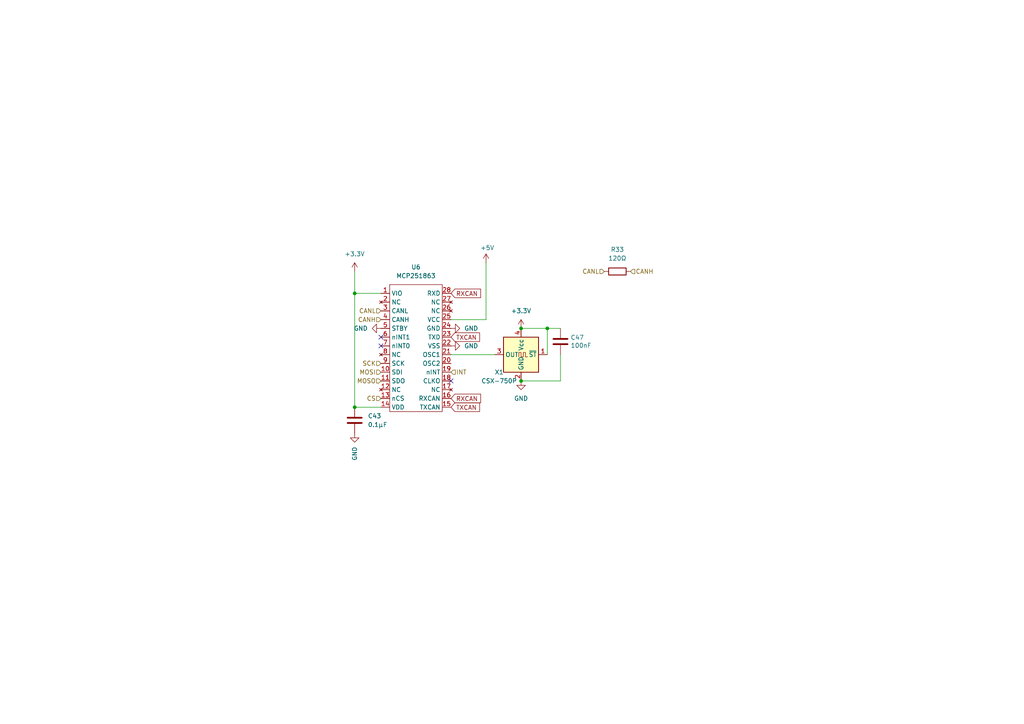
<source format=kicad_sch>
(kicad_sch (version 20230121) (generator eeschema)
  (paper "A4")
  (lib_symbols
    (symbol "CAN:MCP251863"
      (property "Reference" "U" (at -6.35 22.86 0))
      (property "Value" "MCP251863" (at 0 20.32 0))
      (symbol "MCP251863_0_1"
        (rectangle (start -7.62 19.05) (end 7.62 -17.78))
      )
      (symbol "MCP251863_1_1"
        (pin input line (at -10.16 16.51 0) (length 2.54) (name "VIO") (number "1"))
        (pin input line (at -10.16 -6.35 0) (length 2.54) (name "SDI") (number "10"))
        (pin output line (at -10.16 -8.89 0) (length 2.54) (name "SDO") (number "11"))
        (pin no_connect line (at -10.16 -11.43 0) (length 2.54) (name "NC") (number "12"))
        (pin input line (at -10.16 -13.97 0) (length 2.54) (name "nCS") (number "13"))
        (pin power_in line (at -10.16 -16.51 0) (length 2.54) (name "VDD") (number "14"))
        (pin output line (at 10.16 -16.51 180) (length 2.54) (name "TXCAN") (number "15"))
        (pin output line (at 10.16 -13.97 180) (length 2.54) (name "RXCAN") (number "16"))
        (pin no_connect line (at 10.16 -11.43 180) (length 2.54) (name "NC") (number "17"))
        (pin input line (at 10.16 -8.89 180) (length 2.54) (name "CLKO") (number "18"))
        (pin output line (at 10.16 -6.35 180) (length 2.54) (name "nINT") (number "19"))
        (pin no_connect line (at -10.16 13.97 0) (length 2.54) (name "NC") (number "2"))
        (pin input line (at 10.16 -3.81 180) (length 2.54) (name "OSC2") (number "20"))
        (pin input line (at 10.16 -1.27 180) (length 2.54) (name "OSC1") (number "21"))
        (pin power_in line (at 10.16 1.27 180) (length 2.54) (name "VSS") (number "22"))
        (pin input line (at 10.16 3.81 180) (length 2.54) (name "TXD") (number "23"))
        (pin power_in line (at 10.16 6.35 180) (length 2.54) (name "GND") (number "24"))
        (pin power_in line (at 10.16 8.89 180) (length 2.54) (name "VCC") (number "25"))
        (pin no_connect line (at 10.16 11.43 180) (length 2.54) (name "NC") (number "26"))
        (pin no_connect line (at 10.16 13.97 180) (length 2.54) (name "NC") (number "27"))
        (pin input line (at 10.16 16.51 180) (length 2.54) (name "RXD") (number "28"))
        (pin output line (at -10.16 11.43 0) (length 2.54) (name "CANL") (number "3"))
        (pin output line (at -10.16 8.89 0) (length 2.54) (name "CANH") (number "4"))
        (pin input line (at -10.16 6.35 0) (length 2.54) (name "STBY") (number "5"))
        (pin bidirectional line (at -10.16 3.81 0) (length 2.54) (name "nINT1") (number "6"))
        (pin bidirectional line (at -10.16 1.27 0) (length 2.54) (name "nINT0") (number "7"))
        (pin no_connect line (at -10.16 -1.27 0) (length 2.54) (name "NC") (number "8"))
        (pin input line (at -10.16 -3.81 0) (length 2.54) (name "SCK") (number "9"))
      )
    )
    (symbol "Device:C" (pin_numbers hide) (pin_names (offset 0.254))
      (property "Reference" "C" (at 0.635 2.54 0))
      (property "Value" "C" (at 0.635 -2.54 0))
      (symbol "C_0_1"
        (polyline (pts (xy -2.032 -0.762) (xy 2.032 -0.762)) (stroke (width 0.508)))
        (polyline (pts (xy -2.032 0.762) (xy 2.032 0.762)) (stroke (width 0.508)))
      )
      (symbol "C_1_1"
        (pin passive line (at 0 3.81 270) (length 2.794) (name "~") (number "1"))
        (pin passive line (at 0 -3.81 90) (length 2.794) (name "~") (number "2"))
      )
    )
    (symbol "Device:R" (pin_numbers hide) (pin_names (offset 0))
      (property "Reference" "R" (at 2.032 0 90))
      (property "Value" "R" (at 0 0 90))
      (symbol "R_0_1"
        (rectangle (start -1.016 -2.54) (end 1.016 2.54) (stroke (width 0.254)))
      )
      (symbol "R_1_1"
        (pin passive line (at 0 3.81 270) (length 1.27) (name "~") (number "1"))
        (pin passive line (at 0 -3.81 90) (length 1.27) (name "~") (number "2"))
      )
    )
    (symbol "oscillator:CSX-750P"
      (property "Reference" "X" (at 6.35 -5.08 0))
      (property "Value" "CSX-750P" (at 10.16 -7.62 0))
      (symbol "CSX-750P_0_1"
        (rectangle (start -5.08 5.08) (end 5.08 -5.08) (stroke (width 0.254)) (fill (type background)))
        (polyline (pts (xy -1.905 -0.635) (xy -1.27 -0.635) (xy -1.27 0.635) (xy -0.635 0.635) (xy -0.635 -0.635) (xy 0 -0.635) (xy 0 0.635) (xy 0.635 0.635) (xy 0.635 -0.635)))
      )
      (symbol "CSX-750P_1_1"
        (pin input line (at -7.62 0 0) (length 2.54) (name "~{ST}") (number "1"))
        (pin power_in line (at 0 -7.62 90) (length 2.54) (name "GND") (number "2"))
        (pin output line (at 7.62 0 180) (length 2.54) (name "OUT") (number "3"))
        (pin power_in line (at 0 7.62 270) (length 2.54) (name "Vcc") (number "4"))
      )
    )
    (symbol "power:+3.3V" (power) (pin_names (offset 0))
      (property "Value" "+3.3V" (at 0 3.556 0))
      (symbol "+3.3V_0_1"
        (polyline (pts (xy -0.762 1.27) (xy 0 2.54)))
        (polyline (pts (xy 0 0) (xy 0 2.54)))
        (polyline (pts (xy 0 2.54) (xy 0.762 1.27)))
      )
      (symbol "+3.3V_1_1"
        (pin power_in line (at 0 0 90) (length 0) hide (name "+3.3V") (number "1"))
      )
    )
    (symbol "power:+5V" (power) (pin_names (offset 0))
      (property "Value" "+5V" (at 0 3.556 0))
      (symbol "+5V_0_1"
        (polyline (pts (xy -0.762 1.27) (xy 0 2.54)))
        (polyline (pts (xy 0 0) (xy 0 2.54)))
        (polyline (pts (xy 0 2.54) (xy 0.762 1.27)))
      )
      (symbol "+5V_1_1"
        (pin power_in line (at 0 0 90) (length 0) hide (name "+5V") (number "1"))
      )
    )
    (symbol "power:GND" (power) (pin_names (offset 0))
      (property "Value" "GND" (at 0 -3.81 0))
      (symbol "GND_0_1"
        (polyline (pts (xy 0 0) (xy 0 -1.27) (xy 1.27 -1.27) (xy 0 -2.54) (xy -1.27 -1.27) (xy 0 -1.27)))
      )
      (symbol "GND_1_1"
        (pin power_in line (at 0 0 270) (length 0) hide (name "GND") (number "1"))
      )
    )
  )
  (junction (at 158.75 95.25))
  (junction (at 151.13 110.49))
  (junction (at 102.87 118.11))
  (junction (at 102.87 85.09))
  (junction (at 151.13 95.25))
  (no_connect (at 110.49 97.79))
  (no_connect (at 110.49 100.33))
  (no_connect (at 130.81 110.49))
  (wire (pts (xy 158.75 95.25) (xy 162.56 95.25)))
  (wire (pts (xy 162.56 110.49) (xy 151.13 110.49)))
  (wire (pts (xy 110.49 85.09) (xy 102.87 85.09)))
  (wire (pts (xy 130.81 102.87) (xy 143.51 102.87)))
  (wire (pts (xy 162.56 102.87) (xy 162.56 110.49)))
  (wire (pts (xy 158.75 95.25) (xy 158.75 102.87)))
  (wire (pts (xy 102.87 85.09) (xy 102.87 118.11)))
  (wire (pts (xy 140.97 92.71) (xy 130.81 92.71)))
  (wire (pts (xy 151.13 95.25) (xy 158.75 95.25)))
  (wire (pts (xy 140.97 76.2) (xy 140.97 92.71)))
  (wire (pts (xy 102.87 118.11) (xy 110.49 118.11)))
  (wire (pts (xy 102.87 78.74) (xy 102.87 85.09)))
  (global_label "RXCAN" (shape input) (at 130.81 115.57 0) (property "Intersheetrefs" "${INTERSHEET_REFS}" (effects hide)))
  (global_label "RXCAN" (shape input) (at 130.81 85.09 0) (property "Intersheetrefs" "${INTERSHEET_REFS}" (effects hide)))
  (global_label "TXCAN" (shape input) (at 130.81 97.79 0) (property "Intersheetrefs" "${INTERSHEET_REFS}" (effects hide)))
  (global_label "TXCAN" (shape input) (at 130.81 118.11 0) (property "Intersheetrefs" "${INTERSHEET_REFS}" (effects hide)))
  (hierarchical_label "SCK" (shape input) (at 110.49 105.41 180))
  (hierarchical_label "CANL" (shape input) (at 175.26 78.74 180))
  (hierarchical_label "CANH" (shape input) (at 110.49 92.71 180))
  (hierarchical_label "CS" (shape input) (at 110.49 115.57 180))
  (hierarchical_label "MOSI" (shape input) (at 110.49 107.95 180))
  (hierarchical_label "MOSO" (shape input) (at 110.49 110.49 180))
  (hierarchical_label "CANL" (shape input) (at 110.49 90.17 180))
  (hierarchical_label "CANH" (shape input) (at 182.88 78.74 0))
  (hierarchical_label "INT" (shape input) (at 130.81 107.95 0))
  (symbol (lib_id "power:GND") (at 130.81 95.25 90) (unit 1)
    (property "Reference" "#PWR0119" (effects hide))
    (property "Value" "GND" (at 134.62 95.25 90) (effects (justify right)))
    (instances (project "mainboard2" (path "" (reference "#PWR0119") (unit 1))) (project "raspberrypi_canfd" (path "" (reference "#PWR?") (unit 1))) (project "canfd" (path "" (reference "#PWR?") (unit 1))) (project "mainboard" (path "" (reference "#PWR026") (unit 1))))
  )
  (symbol (lib_id "power:+3.3V") (at 151.13 95.25 0) (unit 1)
    (property "Reference" "#PWR0122" (effects hide))
    (property "Value" "+3.3V" (at 151.13 90.17 0))
    (instances (project "mainboard2" (path "" (reference "#PWR0122") (unit 1))) (project "mainboard" (path "" (reference "#PWR030") (unit 1))))
  )
  (symbol (lib_id "Device:C") (at 162.56 99.06 0) (unit 1)
    (property "Reference" "C47" (at 165.481 97.8916 0) (effects (justify left)))
    (property "Value" "100nF" (at 165.481 100.203 0) (effects (justify left)))
    (property "Footprint" "Capacitor_SMD:C_0603_1608Metric_Pad1.08x0.95mm_HandSolder" (effects hide))
    (instances (project "mainboard2" (path "" (reference "C47") (unit 1))) (project "pihat_cooling" (path "" (reference "C?") (unit 1))) (project "mainboard" (path "" (reference "C1") (unit 1)) (path "" (reference "C2") (unit 1))))
  )
  (symbol (lib_id "oscillator:CSX-750P") (at 151.13 102.87 0) (mirror y) (unit 1)
    (property "Reference" "X1" (at 144.78 107.95 0))
    (property "Value" "CSX-750P" (at 144.78 110.49 0))
    (property "Footprint" "Library:CSX-750P" (effects hide))
  )
  (symbol (lib_id "CAN:MCP251863") (at 120.65 101.6 0) (unit 1)
    (property "Reference" "U6" (at 120.65 77.47 0))
    (property "Value" "MCP251863" (at 120.65 80.01 0))
    (property "Footprint" "Package_SO:SSOP-28_5.3x10.2mm_P0.65mm" (effects hide))
    (property "Datasheet" "https://www.mouser.jp/datasheet/2/268/MCP251863_Data_Sheet_DS20006624A-2942420.pdf" (effects hide))
    (instances (project "mainboard2" (path "" (reference "U6") (unit 1))) (project "raspberrypi_canfd" (path "" (reference "U?") (unit 1))) (project "canfd" (path "" (reference "U?") (unit 1))) (project "mainboard" (path "" (reference "U2") (unit 1))))
  )
  (symbol (lib_id "power:GND") (at 130.81 100.33 90) (unit 1)
    (property "Reference" "#PWR0120" (effects hide))
    (property "Value" "GND" (at 134.62 100.33 90) (effects (justify right)))
    (instances (project "mainboard2" (path "" (reference "#PWR0120") (unit 1))) (project "raspberrypi_canfd" (path "" (reference "#PWR?") (unit 1))) (project "canfd" (path "" (reference "#PWR?") (unit 1))) (project "mainboard" (path "" (reference "#PWR027") (unit 1))))
  )
  (symbol (lib_id "power:+5V") (at 140.97 76.2 0) (unit 1)
    (property "Reference" "#PWR0121" (effects hide))
    (property "Value" "+5V" (at 141.3383 71.8756 0))
    (instances (project "mainboard2" (path "" (reference "#PWR0121") (unit 1))) (project "raspberrypi_canfd" (path "" (reference "#PWR?") (unit 1))) (project "mainboard" (path "" (reference "#PWR?") (unit 1)) (path "" (reference "#PWR028") (unit 1))))
  )
  (symbol (lib_id "Device:R") (at 179.07 78.74 270) (unit 1)
    (property "Reference" "R33" (at 179.07 72.39 90))
    (property "Value" "120Ω" (at 179.07 74.93 90))
    (property "Footprint" "Resistor_SMD:R_0805_2012Metric_Pad1.20x1.40mm_HandSolder" (effects hide))
    (instances (project "mainboard2" (path "" (reference "R33") (unit 1))) (project "test" (path "" (reference "R?") (unit 1)) (path "" (reference "R?") (unit 1))) (project "raspberrypi_canfd" (path "" (reference "R?") (unit 1))) (project "canfd" (path "" (reference "R?") (unit 1))) (project "mainboard" (path "" (reference "R2") (unit 1)) (path "" (reference "R?") (unit 1))))
  )
  (symbol (lib_id "power:+3.3V") (at 102.87 78.74 0) (unit 1)
    (property "Reference" "#PWR0116" (effects hide))
    (property "Value" "+3.3V" (at 102.87 73.66 0))
    (instances (project "mainboard2" (path "" (reference "#PWR0116") (unit 1))) (project "raspberrypi_canfd" (path "" (reference "#PWR?") (unit 1))) (project "mainboard" (path "" (reference "#PWR?") (unit 1)) (path "" (reference "#PWR023") (unit 1))))
  )
  (symbol (lib_id "power:GND") (at 110.49 95.25 270) (unit 1)
    (property "Reference" "#PWR0118" (effects hide))
    (property "Value" "GND" (at 106.68 95.25 90) (effects (justify right)))
    (instances (project "mainboard2" (path "" (reference "#PWR0118") (unit 1))) (project "raspberrypi_canfd" (path "" (reference "#PWR?") (unit 1))) (project "canfd" (path "" (reference "#PWR?") (unit 1))) (project "mainboard" (path "" (reference "#PWR025") (unit 1))))
  )
  (symbol (lib_id "power:GND") (at 102.87 125.73 0) (unit 1)
    (property "Reference" "#PWR0117" (effects hide))
    (property "Value" "GND" (at 102.87 129.54 90) (effects (justify right)))
    (instances (project "mainboard2" (path "" (reference "#PWR0117") (unit 1))) (project "test" (path "" (reference "#PWR?") (unit 1)) (path "" (reference "#PWR?") (unit 1))) (project "raspberrypi_canfd" (path "" (reference "#PWR?") (unit 1))) (project "canfd" (path "" (reference "#PWR?") (unit 1))) (project "mainboard" (path "" (reference "#PWR024") (unit 1))))
  )
  (symbol (lib_id "Device:C") (at 102.87 121.92 0) (unit 1)
    (property "Reference" "C43" (at 106.68 120.65 0) (effects (justify left)))
    (property "Value" "0.1μF" (at 106.68 123.19 0) (effects (justify left)))
    (property "Footprint" "Capacitor_SMD:C_0603_1608Metric_Pad1.08x0.95mm_HandSolder" (effects hide))
    (instances (project "mainboard2" (path "" (reference "C43") (unit 1))) (project "raspberrypi_canfd" (path "" (reference "C?") (unit 1))) (project "canfd" (path "" (reference "C?") (unit 1))) (project "mainboard" (path "" (reference "C5") (unit 1))))
  )
  (symbol (lib_id "power:GND") (at 151.13 110.49 0) (unit 1)
    (property "Reference" "#PWR0123" (effects hide))
    (property "Value" "GND" (at 151.13 115.57 0))
    (instances (project "mainboard2" (path "" (reference "#PWR0123") (unit 1))) (project "mainboard" (path "" (reference "#PWR031") (unit 1))))
  )
)
</source>
